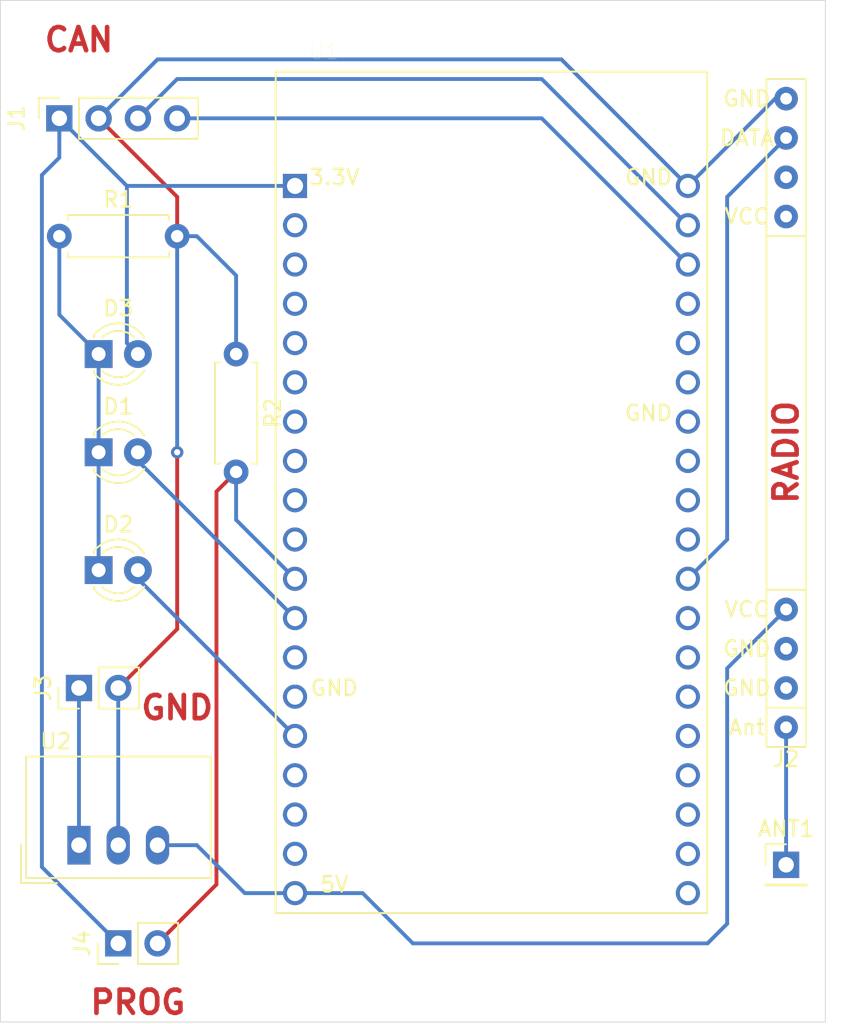
<source format=kicad_pcb>
(kicad_pcb (version 20171130) (host pcbnew 5.1.10-88a1d61d58~88~ubuntu20.10.1)

  (general
    (thickness 1.6)
    (drawings 8)
    (tracks 57)
    (zones 0)
    (modules 12)
    (nets 13)
  )

  (page User 216.002 140.005)
  (layers
    (0 F.Cu signal)
    (31 B.Cu signal)
    (33 F.Adhes user)
    (35 F.Paste user)
    (37 F.SilkS user)
    (38 B.Mask user)
    (39 F.Mask user)
    (40 Dwgs.User user)
    (41 Cmts.User user)
    (42 Eco1.User user)
    (43 Eco2.User user hide)
    (44 Edge.Cuts user)
    (45 Margin user)
    (46 B.CrtYd user)
    (47 F.CrtYd user)
    (49 F.Fab user)
  )

  (setup
    (last_trace_width 0.25)
    (trace_clearance 0.2)
    (zone_clearance 0.508)
    (zone_45_only no)
    (trace_min 0.2)
    (via_size 0.8)
    (via_drill 0.4)
    (via_min_size 0.4)
    (via_min_drill 0.3)
    (uvia_size 0.3)
    (uvia_drill 0.1)
    (uvias_allowed no)
    (uvia_min_size 0.2)
    (uvia_min_drill 0.1)
    (edge_width 0.05)
    (segment_width 0.2)
    (pcb_text_width 0.3)
    (pcb_text_size 1.5 1.5)
    (mod_edge_width 0.12)
    (mod_text_size 1 1)
    (mod_text_width 0.15)
    (pad_size 1.524 1.524)
    (pad_drill 0.762)
    (pad_to_mask_clearance 0.051)
    (solder_mask_min_width 0.25)
    (aux_axis_origin 22.86 92.71)
    (grid_origin 22.86 92.71)
    (visible_elements FFFCFFBF)
    (pcbplotparams
      (layerselection 0x010e8_ffffffff)
      (usegerberextensions false)
      (usegerberattributes true)
      (usegerberadvancedattributes true)
      (creategerberjobfile true)
      (excludeedgelayer true)
      (linewidth 0.100000)
      (plotframeref false)
      (viasonmask false)
      (mode 1)
      (useauxorigin false)
      (hpglpennumber 1)
      (hpglpenspeed 20)
      (hpglpendiameter 15.000000)
      (psnegative false)
      (psa4output false)
      (plotreference true)
      (plotvalue true)
      (plotinvisibletext false)
      (padsonsilk false)
      (subtractmaskfromsilk false)
      (outputformat 1)
      (mirror false)
      (drillshape 0)
      (scaleselection 1)
      (outputdirectory ""))
  )

  (net 0 "")
  (net 1 "Net-(D1-Pad2)")
  (net 2 "Net-(D1-Pad1)")
  (net 3 "Net-(D2-Pad2)")
  (net 4 "Net-(D3-Pad2)")
  (net 5 GND)
  (net 6 "Net-(J1-Pad4)")
  (net 7 "Net-(J1-Pad3)")
  (net 8 +12V)
  (net 9 "Net-(J2-Pad4)")
  (net 10 "Net-(ANT1-Pad1)")
  (net 11 "Net-(J4-Pad2)")
  (net 12 "Net-(J2-Pad7)")

  (net_class Default "This is the default net class."
    (clearance 0.2)
    (trace_width 0.25)
    (via_dia 0.8)
    (via_drill 0.4)
    (uvia_dia 0.3)
    (uvia_drill 0.1)
    (add_net +12V)
    (add_net GND)
    (add_net "Net-(ANT1-Pad1)")
    (add_net "Net-(D1-Pad1)")
    (add_net "Net-(D1-Pad2)")
    (add_net "Net-(D2-Pad2)")
    (add_net "Net-(D3-Pad2)")
    (add_net "Net-(J1-Pad3)")
    (add_net "Net-(J1-Pad4)")
    (add_net "Net-(J2-Pad2)")
    (add_net "Net-(J2-Pad3)")
    (add_net "Net-(J2-Pad4)")
    (add_net "Net-(J2-Pad5)")
    (add_net "Net-(J2-Pad6)")
    (add_net "Net-(J2-Pad7)")
    (add_net "Net-(J4-Pad2)")
    (add_net "Net-(U1-Pad10)")
    (add_net "Net-(U1-Pad13)")
    (add_net "Net-(U1-Pad14)")
    (add_net "Net-(U1-Pad16)")
    (add_net "Net-(U1-Pad17)")
    (add_net "Net-(U1-Pad18)")
    (add_net "Net-(U1-Pad2)")
    (add_net "Net-(U1-Pad23)")
    (add_net "Net-(U1-Pad24)")
    (add_net "Net-(U1-Pad25)")
    (add_net "Net-(U1-Pad26)")
    (add_net "Net-(U1-Pad27)")
    (add_net "Net-(U1-Pad28)")
    (add_net "Net-(U1-Pad29)")
    (add_net "Net-(U1-Pad3)")
    (add_net "Net-(U1-Pad31)")
    (add_net "Net-(U1-Pad32)")
    (add_net "Net-(U1-Pad33)")
    (add_net "Net-(U1-Pad34)")
    (add_net "Net-(U1-Pad35)")
    (add_net "Net-(U1-Pad36)")
    (add_net "Net-(U1-Pad37)")
    (add_net "Net-(U1-Pad38)")
    (add_net "Net-(U1-Pad4)")
    (add_net "Net-(U1-Pad5)")
    (add_net "Net-(U1-Pad6)")
    (add_net "Net-(U1-Pad7)")
    (add_net "Net-(U1-Pad8)")
    (add_net "Net-(U1-Pad9)")
  )

  (module Converter_DCDC:Converter_DCDC_TRACO_TSR-1_THT (layer F.Cu) (tedit 59FE1FB7) (tstamp 60A57496)
    (at 27.94 81.28)
    (descr "DCDC-Converter, TRACO, TSR 1-xxxx")
    (tags "DCDC-Converter TRACO TSR-1")
    (path /60A807C8)
    (fp_text reference U2 (at -1.5 -6.71) (layer F.SilkS)
      (effects (font (size 1 1) (thickness 0.15)))
    )
    (fp_text value TSR_1-2450 (at 2.5 3.25) (layer F.Fab)
      (effects (font (size 1 1) (thickness 0.15)))
    )
    (fp_text user %R (at 3 -3) (layer F.Fab)
      (effects (font (size 1 1) (thickness 0.15)))
    )
    (fp_line (start -3.75 2.45) (end -1.42 2.45) (layer F.SilkS) (width 0.12))
    (fp_line (start -3.75 0) (end -3.75 2.45) (layer F.SilkS) (width 0.12))
    (fp_line (start -3.3 1) (end -2.3 2) (layer F.Fab) (width 0.1))
    (fp_line (start -3.3 1) (end -3.3 -5.6) (layer F.Fab) (width 0.1))
    (fp_line (start 8.4 2) (end 8.4 -5.6) (layer F.Fab) (width 0.1))
    (fp_line (start -3.3 -5.6) (end 8.4 -5.6) (layer F.Fab) (width 0.1))
    (fp_line (start -3.55 2.25) (end -3.55 -5.85) (layer F.CrtYd) (width 0.05))
    (fp_line (start 8.65 2.25) (end -3.55 2.25) (layer F.CrtYd) (width 0.05))
    (fp_line (start 8.65 -5.85) (end 8.65 2.25) (layer F.CrtYd) (width 0.05))
    (fp_line (start -3.55 -5.85) (end 8.65 -5.85) (layer F.CrtYd) (width 0.05))
    (fp_line (start 8.52 2.12) (end -3.42 2.12) (layer F.SilkS) (width 0.12))
    (fp_line (start 8.52 -5.73) (end 8.52 2.12) (layer F.SilkS) (width 0.12))
    (fp_line (start -3.42 -5.73) (end 8.52 -5.73) (layer F.SilkS) (width 0.12))
    (fp_line (start -3.42 2.12) (end -3.42 -5.73) (layer F.SilkS) (width 0.12))
    (fp_line (start -2.3 2) (end 8.4 2) (layer F.Fab) (width 0.1))
    (pad 3 thru_hole oval (at 5.08 0) (size 1.5 2.5) (drill 1) (layers *.Cu *.Mask)
      (net 9 "Net-(J2-Pad4)"))
    (pad 2 thru_hole oval (at 2.54 0) (size 1.5 2.5) (drill 1) (layers *.Cu *.Mask)
      (net 5 GND))
    (pad 1 thru_hole rect (at 0 0) (size 1.5 2.5) (drill 1) (layers *.Cu *.Mask)
      (net 8 +12V))
    (model ${KISYS3DMOD}/Converter_DCDC.3dshapes/Converter_DCDC_TRACO_TSR-1_THT.wrl
      (at (xyz 0 0 0))
      (scale (xyz 1 1 1))
      (rotate (xyz 0 0 0))
    )
  )

  (module ESP32-DEVKITC-32D:MODULE_ESP32-DEVKITC-32D (layer F.Cu) (tedit 60A62530) (tstamp 60A55E68)
    (at 54.61 58.42)
    (path /60A4A52E)
    (fp_text reference U1 (at -10.829175 -28.446045) (layer F.SilkS)
      (effects (font (size 1.000386 1.000386) (thickness 0.015)))
    )
    (fp_text value ESP32-DEVKITC-32D (at 1.24136 28.294535) (layer F.Fab)
      (effects (font (size 1.001047 1.001047) (thickness 0.015)))
    )
    (fp_text user GND (at 10.16 -5.08) (layer F.SilkS)
      (effects (font (size 1 1) (thickness 0.15)))
    )
    (fp_text user GND (at -10.16 12.7) (layer F.SilkS)
      (effects (font (size 1 1) (thickness 0.15)))
    )
    (fp_text user GND (at 10.16 -20.32) (layer F.SilkS)
      (effects (font (size 1 1) (thickness 0.15)))
    )
    (fp_text user 5V (at -10.16 25.4) (layer F.SilkS)
      (effects (font (size 1 1) (thickness 0.15)))
    )
    (fp_text user 3.3V (at -10.16 -20.32) (layer F.SilkS)
      (effects (font (size 1 1) (thickness 0.15)))
    )
    (fp_circle (center -14.6 -19.9) (end -14.46 -19.9) (layer F.Fab) (width 0.28))
    (fp_circle (center -14.6 -19.9) (end -14.46 -19.9) (layer F.Fab) (width 0.28))
    (fp_line (start -14.2 27.5) (end -14.2 -27.4) (layer F.CrtYd) (width 0.05))
    (fp_line (start 14.2 27.5) (end -14.2 27.5) (layer F.CrtYd) (width 0.05))
    (fp_line (start 14.2 -27.4) (end 14.2 27.5) (layer F.CrtYd) (width 0.05))
    (fp_line (start -14.2 -27.4) (end 14.2 -27.4) (layer F.CrtYd) (width 0.05))
    (fp_line (start 13.95 27.25) (end -13.95 27.25) (layer F.SilkS) (width 0.127))
    (fp_line (start 13.95 -27.15) (end 13.95 27.25) (layer F.SilkS) (width 0.127))
    (fp_line (start -13.95 -27.15) (end 13.95 -27.15) (layer F.SilkS) (width 0.127))
    (fp_line (start -13.95 27.25) (end -13.95 -27.15) (layer F.SilkS) (width 0.127))
    (fp_line (start -13.95 27.25) (end -13.95 -27.15) (layer F.Fab) (width 0.127))
    (fp_line (start 13.95 27.25) (end -13.95 27.25) (layer F.Fab) (width 0.127))
    (fp_line (start 13.95 -27.15) (end 13.95 27.25) (layer F.Fab) (width 0.127))
    (fp_line (start -13.95 -27.15) (end 13.95 -27.15) (layer F.Fab) (width 0.127))
    (pad 38 thru_hole circle (at 12.7 25.96) (size 1.56 1.56) (drill 1.04) (layers *.Cu *.Mask))
    (pad 37 thru_hole circle (at 12.7 23.42) (size 1.56 1.56) (drill 1.04) (layers *.Cu *.Mask))
    (pad 36 thru_hole circle (at 12.7 20.88) (size 1.56 1.56) (drill 1.04) (layers *.Cu *.Mask))
    (pad 35 thru_hole circle (at 12.7 18.34) (size 1.56 1.56) (drill 1.04) (layers *.Cu *.Mask))
    (pad 34 thru_hole circle (at 12.7 15.8) (size 1.56 1.56) (drill 1.04) (layers *.Cu *.Mask))
    (pad 33 thru_hole circle (at 12.7 13.26) (size 1.56 1.56) (drill 1.04) (layers *.Cu *.Mask))
    (pad 32 thru_hole circle (at 12.7 10.72) (size 1.56 1.56) (drill 1.04) (layers *.Cu *.Mask))
    (pad 31 thru_hole circle (at 12.7 8.18) (size 1.56 1.56) (drill 1.04) (layers *.Cu *.Mask))
    (pad 30 thru_hole circle (at 12.7 5.64) (size 1.56 1.56) (drill 1.04) (layers *.Cu *.Mask)
      (net 12 "Net-(J2-Pad7)"))
    (pad 29 thru_hole circle (at 12.7 3.1) (size 1.56 1.56) (drill 1.04) (layers *.Cu *.Mask))
    (pad 28 thru_hole circle (at 12.7 0.56) (size 1.56 1.56) (drill 1.04) (layers *.Cu *.Mask))
    (pad 27 thru_hole circle (at 12.7 -1.98) (size 1.56 1.56) (drill 1.04) (layers *.Cu *.Mask))
    (pad 26 thru_hole circle (at 12.7 -4.52) (size 1.56 1.56) (drill 1.04) (layers *.Cu *.Mask))
    (pad 25 thru_hole circle (at 12.7 -7.06) (size 1.56 1.56) (drill 1.04) (layers *.Cu *.Mask))
    (pad 24 thru_hole circle (at 12.7 -9.6) (size 1.56 1.56) (drill 1.04) (layers *.Cu *.Mask))
    (pad 23 thru_hole circle (at 12.7 -12.14) (size 1.56 1.56) (drill 1.04) (layers *.Cu *.Mask))
    (pad 22 thru_hole circle (at 12.7 -14.68) (size 1.56 1.56) (drill 1.04) (layers *.Cu *.Mask)
      (net 6 "Net-(J1-Pad4)"))
    (pad 21 thru_hole circle (at 12.7 -17.22) (size 1.56 1.56) (drill 1.04) (layers *.Cu *.Mask)
      (net 7 "Net-(J1-Pad3)"))
    (pad 20 thru_hole circle (at 12.7 -19.76) (size 1.56 1.56) (drill 1.04) (layers *.Cu *.Mask)
      (net 5 GND))
    (pad 18 thru_hole circle (at -12.7 23.42) (size 1.56 1.56) (drill 1.04) (layers *.Cu *.Mask))
    (pad 17 thru_hole circle (at -12.7 20.88) (size 1.56 1.56) (drill 1.04) (layers *.Cu *.Mask))
    (pad 16 thru_hole circle (at -12.7 18.34) (size 1.56 1.56) (drill 1.04) (layers *.Cu *.Mask))
    (pad 15 thru_hole circle (at -12.7 15.8) (size 1.56 1.56) (drill 1.04) (layers *.Cu *.Mask)
      (net 3 "Net-(D2-Pad2)"))
    (pad 14 thru_hole circle (at -12.7 13.26) (size 1.56 1.56) (drill 1.04) (layers *.Cu *.Mask))
    (pad 13 thru_hole circle (at -12.7 10.72) (size 1.56 1.56) (drill 1.04) (layers *.Cu *.Mask))
    (pad 12 thru_hole circle (at -12.7 8.18) (size 1.56 1.56) (drill 1.04) (layers *.Cu *.Mask)
      (net 1 "Net-(D1-Pad2)"))
    (pad 11 thru_hole circle (at -12.7 5.64) (size 1.56 1.56) (drill 1.04) (layers *.Cu *.Mask)
      (net 11 "Net-(J4-Pad2)"))
    (pad 10 thru_hole circle (at -12.7 3.1) (size 1.56 1.56) (drill 1.04) (layers *.Cu *.Mask))
    (pad 9 thru_hole circle (at -12.7 0.56) (size 1.56 1.56) (drill 1.04) (layers *.Cu *.Mask))
    (pad 8 thru_hole circle (at -12.7 -1.98) (size 1.56 1.56) (drill 1.04) (layers *.Cu *.Mask))
    (pad 7 thru_hole circle (at -12.7 -4.52) (size 1.56 1.56) (drill 1.04) (layers *.Cu *.Mask))
    (pad 6 thru_hole circle (at -12.7 -7.06) (size 1.56 1.56) (drill 1.04) (layers *.Cu *.Mask))
    (pad 5 thru_hole circle (at -12.7 -9.6) (size 1.56 1.56) (drill 1.04) (layers *.Cu *.Mask))
    (pad 4 thru_hole circle (at -12.7 -12.14) (size 1.56 1.56) (drill 1.04) (layers *.Cu *.Mask))
    (pad 3 thru_hole circle (at -12.7 -14.68) (size 1.56 1.56) (drill 1.04) (layers *.Cu *.Mask))
    (pad 19 thru_hole circle (at -12.7 25.96) (size 1.56 1.56) (drill 1.04) (layers *.Cu *.Mask)
      (net 9 "Net-(J2-Pad4)"))
    (pad 2 thru_hole circle (at -12.7 -17.22) (size 1.56 1.56) (drill 1.04) (layers *.Cu *.Mask))
    (pad 1 thru_hole rect (at -12.7 -19.76) (size 1.56 1.56) (drill 1.04) (layers *.Cu *.Mask)
      (net 4 "Net-(D3-Pad2)"))
  )

  (module Resistor_THT:R_Axial_DIN0207_L6.3mm_D2.5mm_P7.62mm_Horizontal (layer F.Cu) (tedit 5AE5139B) (tstamp 60A5B15D)
    (at 38.1 49.53 270)
    (descr "Resistor, Axial_DIN0207 series, Axial, Horizontal, pin pitch=7.62mm, 0.25W = 1/4W, length*diameter=6.3*2.5mm^2, http://cdn-reichelt.de/documents/datenblatt/B400/1_4W%23YAG.pdf")
    (tags "Resistor Axial_DIN0207 series Axial Horizontal pin pitch 7.62mm 0.25W = 1/4W length 6.3mm diameter 2.5mm")
    (path /60AE6A47)
    (fp_text reference R2 (at 3.81 -2.37 90) (layer F.SilkS)
      (effects (font (size 1 1) (thickness 0.15)))
    )
    (fp_text value R (at 3.81 2.37 90) (layer F.Fab)
      (effects (font (size 1 1) (thickness 0.15)))
    )
    (fp_text user %R (at 3.81 0 180) (layer F.Fab)
      (effects (font (size 1 1) (thickness 0.15)))
    )
    (fp_line (start 0.66 -1.25) (end 0.66 1.25) (layer F.Fab) (width 0.1))
    (fp_line (start 0.66 1.25) (end 6.96 1.25) (layer F.Fab) (width 0.1))
    (fp_line (start 6.96 1.25) (end 6.96 -1.25) (layer F.Fab) (width 0.1))
    (fp_line (start 6.96 -1.25) (end 0.66 -1.25) (layer F.Fab) (width 0.1))
    (fp_line (start 0 0) (end 0.66 0) (layer F.Fab) (width 0.1))
    (fp_line (start 7.62 0) (end 6.96 0) (layer F.Fab) (width 0.1))
    (fp_line (start 0.54 -1.04) (end 0.54 -1.37) (layer F.SilkS) (width 0.12))
    (fp_line (start 0.54 -1.37) (end 7.08 -1.37) (layer F.SilkS) (width 0.12))
    (fp_line (start 7.08 -1.37) (end 7.08 -1.04) (layer F.SilkS) (width 0.12))
    (fp_line (start 0.54 1.04) (end 0.54 1.37) (layer F.SilkS) (width 0.12))
    (fp_line (start 0.54 1.37) (end 7.08 1.37) (layer F.SilkS) (width 0.12))
    (fp_line (start 7.08 1.37) (end 7.08 1.04) (layer F.SilkS) (width 0.12))
    (fp_line (start -1.05 -1.5) (end -1.05 1.5) (layer F.CrtYd) (width 0.05))
    (fp_line (start -1.05 1.5) (end 8.67 1.5) (layer F.CrtYd) (width 0.05))
    (fp_line (start 8.67 1.5) (end 8.67 -1.5) (layer F.CrtYd) (width 0.05))
    (fp_line (start 8.67 -1.5) (end -1.05 -1.5) (layer F.CrtYd) (width 0.05))
    (pad 2 thru_hole oval (at 7.62 0 270) (size 1.6 1.6) (drill 0.8) (layers *.Cu *.Mask)
      (net 11 "Net-(J4-Pad2)"))
    (pad 1 thru_hole circle (at 0 0 270) (size 1.6 1.6) (drill 0.8) (layers *.Cu *.Mask)
      (net 5 GND))
    (model ${KISYS3DMOD}/Resistor_THT.3dshapes/R_Axial_DIN0207_L6.3mm_D2.5mm_P7.62mm_Horizontal.wrl
      (at (xyz 0 0 0))
      (scale (xyz 1 1 1))
      (rotate (xyz 0 0 0))
    )
  )

  (module Connector_PinHeader_2.54mm:PinHeader_1x02_P2.54mm_Vertical (layer F.Cu) (tedit 59FED5CC) (tstamp 60A5B11A)
    (at 30.48 87.63 90)
    (descr "Through hole straight pin header, 1x02, 2.54mm pitch, single row")
    (tags "Through hole pin header THT 1x02 2.54mm single row")
    (path /60AE01AC)
    (fp_text reference J4 (at 0 -2.33 90) (layer F.SilkS)
      (effects (font (size 1 1) (thickness 0.15)))
    )
    (fp_text value Conn_01x02 (at 0 4.87 90) (layer F.Fab)
      (effects (font (size 1 1) (thickness 0.15)))
    )
    (fp_text user %R (at 0 1.27) (layer F.Fab)
      (effects (font (size 1 1) (thickness 0.15)))
    )
    (fp_line (start -0.635 -1.27) (end 1.27 -1.27) (layer F.Fab) (width 0.1))
    (fp_line (start 1.27 -1.27) (end 1.27 3.81) (layer F.Fab) (width 0.1))
    (fp_line (start 1.27 3.81) (end -1.27 3.81) (layer F.Fab) (width 0.1))
    (fp_line (start -1.27 3.81) (end -1.27 -0.635) (layer F.Fab) (width 0.1))
    (fp_line (start -1.27 -0.635) (end -0.635 -1.27) (layer F.Fab) (width 0.1))
    (fp_line (start -1.33 3.87) (end 1.33 3.87) (layer F.SilkS) (width 0.12))
    (fp_line (start -1.33 1.27) (end -1.33 3.87) (layer F.SilkS) (width 0.12))
    (fp_line (start 1.33 1.27) (end 1.33 3.87) (layer F.SilkS) (width 0.12))
    (fp_line (start -1.33 1.27) (end 1.33 1.27) (layer F.SilkS) (width 0.12))
    (fp_line (start -1.33 0) (end -1.33 -1.33) (layer F.SilkS) (width 0.12))
    (fp_line (start -1.33 -1.33) (end 0 -1.33) (layer F.SilkS) (width 0.12))
    (fp_line (start -1.8 -1.8) (end -1.8 4.35) (layer F.CrtYd) (width 0.05))
    (fp_line (start -1.8 4.35) (end 1.8 4.35) (layer F.CrtYd) (width 0.05))
    (fp_line (start 1.8 4.35) (end 1.8 -1.8) (layer F.CrtYd) (width 0.05))
    (fp_line (start 1.8 -1.8) (end -1.8 -1.8) (layer F.CrtYd) (width 0.05))
    (pad 2 thru_hole oval (at 0 2.54 90) (size 1.7 1.7) (drill 1) (layers *.Cu *.Mask)
      (net 11 "Net-(J4-Pad2)"))
    (pad 1 thru_hole rect (at 0 0 90) (size 1.7 1.7) (drill 1) (layers *.Cu *.Mask)
      (net 4 "Net-(D3-Pad2)"))
    (model ${KISYS3DMOD}/Connector_PinHeader_2.54mm.3dshapes/PinHeader_1x02_P2.54mm_Vertical.wrl
      (at (xyz 0 0 0))
      (scale (xyz 1 1 1))
      (rotate (xyz 0 0 0))
    )
  )

  (module Connector_PinHeader_2.54mm:PinHeader_1x02_P2.54mm_Vertical (layer F.Cu) (tedit 59FED5CC) (tstamp 60A5AC53)
    (at 27.94 71.12 90)
    (descr "Through hole straight pin header, 1x02, 2.54mm pitch, single row")
    (tags "Through hole pin header THT 1x02 2.54mm single row")
    (path /60AD2DEF)
    (fp_text reference J3 (at 0 -2.33 90) (layer F.SilkS)
      (effects (font (size 1 1) (thickness 0.15)))
    )
    (fp_text value Conn_01x02 (at 0 4.87 90) (layer F.Fab)
      (effects (font (size 1 1) (thickness 0.15)))
    )
    (fp_text user %R (at 0 1.27) (layer F.Fab)
      (effects (font (size 1 1) (thickness 0.15)))
    )
    (fp_line (start -0.635 -1.27) (end 1.27 -1.27) (layer F.Fab) (width 0.1))
    (fp_line (start 1.27 -1.27) (end 1.27 3.81) (layer F.Fab) (width 0.1))
    (fp_line (start 1.27 3.81) (end -1.27 3.81) (layer F.Fab) (width 0.1))
    (fp_line (start -1.27 3.81) (end -1.27 -0.635) (layer F.Fab) (width 0.1))
    (fp_line (start -1.27 -0.635) (end -0.635 -1.27) (layer F.Fab) (width 0.1))
    (fp_line (start -1.33 3.87) (end 1.33 3.87) (layer F.SilkS) (width 0.12))
    (fp_line (start -1.33 1.27) (end -1.33 3.87) (layer F.SilkS) (width 0.12))
    (fp_line (start 1.33 1.27) (end 1.33 3.87) (layer F.SilkS) (width 0.12))
    (fp_line (start -1.33 1.27) (end 1.33 1.27) (layer F.SilkS) (width 0.12))
    (fp_line (start -1.33 0) (end -1.33 -1.33) (layer F.SilkS) (width 0.12))
    (fp_line (start -1.33 -1.33) (end 0 -1.33) (layer F.SilkS) (width 0.12))
    (fp_line (start -1.8 -1.8) (end -1.8 4.35) (layer F.CrtYd) (width 0.05))
    (fp_line (start -1.8 4.35) (end 1.8 4.35) (layer F.CrtYd) (width 0.05))
    (fp_line (start 1.8 4.35) (end 1.8 -1.8) (layer F.CrtYd) (width 0.05))
    (fp_line (start 1.8 -1.8) (end -1.8 -1.8) (layer F.CrtYd) (width 0.05))
    (pad 2 thru_hole oval (at 0 2.54 90) (size 1.7 1.7) (drill 1) (layers *.Cu *.Mask)
      (net 5 GND))
    (pad 1 thru_hole rect (at 0 0 90) (size 1.7 1.7) (drill 1) (layers *.Cu *.Mask)
      (net 8 +12V))
    (model ${KISYS3DMOD}/Connector_PinHeader_2.54mm.3dshapes/PinHeader_1x02_P2.54mm_Vertical.wrl
      (at (xyz 0 0 0))
      (scale (xyz 1 1 1))
      (rotate (xyz 0 0 0))
    )
  )

  (module ESP32-DEVKITC-32D:RXB6 (layer F.Cu) (tedit 60A6243F) (tstamp 60A57F18)
    (at 73.66 76.2 180)
    (path /60A8FC2B)
    (fp_text reference J2 (at 0 0.5) (layer F.SilkS)
      (effects (font (size 1 1) (thickness 0.15)))
    )
    (fp_text value RXB6 (at 0 -0.5) (layer F.Fab)
      (effects (font (size 1 1) (thickness 0.15)))
    )
    (fp_text user DATA (at 2.54 40.64) (layer F.SilkS)
      (effects (font (size 1 1) (thickness 0.15)))
    )
    (fp_text user GND (at 2.54 43.18) (layer F.SilkS)
      (effects (font (size 1 1) (thickness 0.15)))
    )
    (fp_text user GND (at 2.54 7.62) (layer F.SilkS)
      (effects (font (size 1 1) (thickness 0.15)))
    )
    (fp_text user GND (at 2.54 5.08) (layer F.SilkS)
      (effects (font (size 1 1) (thickness 0.15)))
    )
    (fp_text user VCC (at 2.54 35.56) (layer F.SilkS)
      (effects (font (size 1 1) (thickness 0.15)))
    )
    (fp_text user VCC (at 2.54 10.16) (layer F.SilkS)
      (effects (font (size 1 1) (thickness 0.15)))
    )
    (fp_text user Ant (at 2.54 2.54) (layer F.SilkS)
      (effects (font (size 1 1) (thickness 0.15)))
    )
    (fp_line (start -1.27 1.27) (end -1.27 11.43) (layer F.SilkS) (width 0.12))
    (fp_line (start -1.27 11.43) (end 1.27 11.43) (layer F.SilkS) (width 0.12))
    (fp_line (start 1.27 11.43) (end 1.27 1.27) (layer F.SilkS) (width 0.12))
    (fp_line (start 1.27 1.27) (end -1.27 1.27) (layer F.SilkS) (width 0.12))
    (fp_line (start -1.27 34.29) (end 1.27 34.29) (layer F.SilkS) (width 0.12))
    (fp_line (start 1.27 34.29) (end 1.27 44.45) (layer F.SilkS) (width 0.12))
    (fp_line (start 1.27 44.45) (end -1.27 44.45) (layer F.SilkS) (width 0.12))
    (fp_line (start -1.27 44.45) (end -1.27 34.29) (layer F.SilkS) (width 0.12))
    (fp_line (start -1.27 3.81) (end 1.27 3.81) (layer F.SilkS) (width 0.12))
    (fp_line (start -1.27 11.43) (end -1.27 34.29) (layer F.SilkS) (width 0.12))
    (fp_line (start 1.27 11.43) (end 1.27 34.29) (layer F.SilkS) (width 0.12))
    (pad 8 thru_hole circle (at 0 43.18 180) (size 1.524 1.524) (drill 0.762) (layers *.Cu *.Mask)
      (net 5 GND))
    (pad 7 thru_hole circle (at 0 40.64 180) (size 1.524 1.524) (drill 0.762) (layers *.Cu *.Mask)
      (net 12 "Net-(J2-Pad7)"))
    (pad 6 thru_hole circle (at 0 38.1 180) (size 1.524 1.524) (drill 0.762) (layers *.Cu *.Mask))
    (pad 5 thru_hole circle (at 0 35.56 180) (size 1.524 1.524) (drill 0.762) (layers *.Cu *.Mask))
    (pad 4 thru_hole circle (at 0 10.16 180) (size 1.524 1.524) (drill 0.762) (layers *.Cu *.Mask)
      (net 9 "Net-(J2-Pad4)"))
    (pad 3 thru_hole circle (at 0 7.62 180) (size 1.524 1.524) (drill 0.762) (layers *.Cu *.Mask))
    (pad 2 thru_hole circle (at 0 5.08 180) (size 1.524 1.524) (drill 0.762) (layers *.Cu *.Mask))
    (pad 1 thru_hole circle (at 0 2.54 180) (size 1.524 1.524) (drill 0.762) (layers *.Cu *.Mask)
      (net 10 "Net-(ANT1-Pad1)"))
  )

  (module Connector_PinHeader_2.54mm:PinHeader_1x01_P2.54mm_Vertical (layer F.Cu) (tedit 59FED5CC) (tstamp 60A58291)
    (at 73.66 82.55)
    (descr "Through hole straight pin header, 1x01, 2.54mm pitch, single row")
    (tags "Through hole pin header THT 1x01 2.54mm single row")
    (path /60AAB67E)
    (fp_text reference ANT1 (at 0 -2.33) (layer F.SilkS)
      (effects (font (size 1 1) (thickness 0.15)))
    )
    (fp_text value Conn_01x01 (at 0 2.33) (layer F.Fab)
      (effects (font (size 1 1) (thickness 0.15)))
    )
    (fp_text user %R (at 0 0 90) (layer F.Fab)
      (effects (font (size 1 1) (thickness 0.15)))
    )
    (fp_line (start -0.635 -1.27) (end 1.27 -1.27) (layer F.Fab) (width 0.1))
    (fp_line (start 1.27 -1.27) (end 1.27 1.27) (layer F.Fab) (width 0.1))
    (fp_line (start 1.27 1.27) (end -1.27 1.27) (layer F.Fab) (width 0.1))
    (fp_line (start -1.27 1.27) (end -1.27 -0.635) (layer F.Fab) (width 0.1))
    (fp_line (start -1.27 -0.635) (end -0.635 -1.27) (layer F.Fab) (width 0.1))
    (fp_line (start -1.33 1.33) (end 1.33 1.33) (layer F.SilkS) (width 0.12))
    (fp_line (start -1.33 1.27) (end -1.33 1.33) (layer F.SilkS) (width 0.12))
    (fp_line (start 1.33 1.27) (end 1.33 1.33) (layer F.SilkS) (width 0.12))
    (fp_line (start -1.33 1.27) (end 1.33 1.27) (layer F.SilkS) (width 0.12))
    (fp_line (start -1.33 0) (end -1.33 -1.33) (layer F.SilkS) (width 0.12))
    (fp_line (start -1.33 -1.33) (end 0 -1.33) (layer F.SilkS) (width 0.12))
    (fp_line (start -1.8 -1.8) (end -1.8 1.8) (layer F.CrtYd) (width 0.05))
    (fp_line (start -1.8 1.8) (end 1.8 1.8) (layer F.CrtYd) (width 0.05))
    (fp_line (start 1.8 1.8) (end 1.8 -1.8) (layer F.CrtYd) (width 0.05))
    (fp_line (start 1.8 -1.8) (end -1.8 -1.8) (layer F.CrtYd) (width 0.05))
    (pad 1 thru_hole rect (at 0 0) (size 1.7 1.7) (drill 1) (layers *.Cu *.Mask)
      (net 10 "Net-(ANT1-Pad1)"))
    (model ${KISYS3DMOD}/Connector_PinHeader_2.54mm.3dshapes/PinHeader_1x01_P2.54mm_Vertical.wrl
      (at (xyz 0 0 0))
      (scale (xyz 1 1 1))
      (rotate (xyz 0 0 0))
    )
  )

  (module Resistor_THT:R_Axial_DIN0207_L6.3mm_D2.5mm_P7.62mm_Horizontal (layer F.Cu) (tedit 5AE5139B) (tstamp 60A55E30)
    (at 26.67 41.91)
    (descr "Resistor, Axial_DIN0207 series, Axial, Horizontal, pin pitch=7.62mm, 0.25W = 1/4W, length*diameter=6.3*2.5mm^2, http://cdn-reichelt.de/documents/datenblatt/B400/1_4W%23YAG.pdf")
    (tags "Resistor Axial_DIN0207 series Axial Horizontal pin pitch 7.62mm 0.25W = 1/4W length 6.3mm diameter 2.5mm")
    (path /60A51BF5)
    (fp_text reference R1 (at 3.81 -2.37) (layer F.SilkS)
      (effects (font (size 1 1) (thickness 0.15)))
    )
    (fp_text value R (at 3.81 2.37) (layer F.Fab)
      (effects (font (size 1 1) (thickness 0.15)))
    )
    (fp_text user %R (at 3.81 0) (layer F.Fab)
      (effects (font (size 1 1) (thickness 0.15)))
    )
    (fp_line (start 0.66 -1.25) (end 0.66 1.25) (layer F.Fab) (width 0.1))
    (fp_line (start 0.66 1.25) (end 6.96 1.25) (layer F.Fab) (width 0.1))
    (fp_line (start 6.96 1.25) (end 6.96 -1.25) (layer F.Fab) (width 0.1))
    (fp_line (start 6.96 -1.25) (end 0.66 -1.25) (layer F.Fab) (width 0.1))
    (fp_line (start 0 0) (end 0.66 0) (layer F.Fab) (width 0.1))
    (fp_line (start 7.62 0) (end 6.96 0) (layer F.Fab) (width 0.1))
    (fp_line (start 0.54 -1.04) (end 0.54 -1.37) (layer F.SilkS) (width 0.12))
    (fp_line (start 0.54 -1.37) (end 7.08 -1.37) (layer F.SilkS) (width 0.12))
    (fp_line (start 7.08 -1.37) (end 7.08 -1.04) (layer F.SilkS) (width 0.12))
    (fp_line (start 0.54 1.04) (end 0.54 1.37) (layer F.SilkS) (width 0.12))
    (fp_line (start 0.54 1.37) (end 7.08 1.37) (layer F.SilkS) (width 0.12))
    (fp_line (start 7.08 1.37) (end 7.08 1.04) (layer F.SilkS) (width 0.12))
    (fp_line (start -1.05 -1.5) (end -1.05 1.5) (layer F.CrtYd) (width 0.05))
    (fp_line (start -1.05 1.5) (end 8.67 1.5) (layer F.CrtYd) (width 0.05))
    (fp_line (start 8.67 1.5) (end 8.67 -1.5) (layer F.CrtYd) (width 0.05))
    (fp_line (start 8.67 -1.5) (end -1.05 -1.5) (layer F.CrtYd) (width 0.05))
    (pad 2 thru_hole oval (at 7.62 0) (size 1.6 1.6) (drill 0.8) (layers *.Cu *.Mask)
      (net 5 GND))
    (pad 1 thru_hole circle (at 0 0) (size 1.6 1.6) (drill 0.8) (layers *.Cu *.Mask)
      (net 2 "Net-(D1-Pad1)"))
    (model ${KISYS3DMOD}/Resistor_THT.3dshapes/R_Axial_DIN0207_L6.3mm_D2.5mm_P7.62mm_Horizontal.wrl
      (at (xyz 0 0 0))
      (scale (xyz 1 1 1))
      (rotate (xyz 0 0 0))
    )
  )

  (module Connector_PinSocket_2.54mm:PinSocket_1x04_P2.54mm_Vertical (layer F.Cu) (tedit 5A19A429) (tstamp 60A569FD)
    (at 26.67 34.29 90)
    (descr "Through hole straight socket strip, 1x04, 2.54mm pitch, single row (from Kicad 4.0.7), script generated")
    (tags "Through hole socket strip THT 1x04 2.54mm single row")
    (path /60A76220)
    (fp_text reference J1 (at 0 -2.77 90) (layer F.SilkS)
      (effects (font (size 1 1) (thickness 0.15)))
    )
    (fp_text value SN65HVD230_01x04 (at 0 10.39 90) (layer F.Fab)
      (effects (font (size 1 1) (thickness 0.15)))
    )
    (fp_text user %R (at 0 3.81) (layer F.Fab)
      (effects (font (size 1 1) (thickness 0.15)))
    )
    (fp_line (start -1.27 -1.27) (end 0.635 -1.27) (layer F.Fab) (width 0.1))
    (fp_line (start 0.635 -1.27) (end 1.27 -0.635) (layer F.Fab) (width 0.1))
    (fp_line (start 1.27 -0.635) (end 1.27 8.89) (layer F.Fab) (width 0.1))
    (fp_line (start 1.27 8.89) (end -1.27 8.89) (layer F.Fab) (width 0.1))
    (fp_line (start -1.27 8.89) (end -1.27 -1.27) (layer F.Fab) (width 0.1))
    (fp_line (start -1.33 1.27) (end 1.33 1.27) (layer F.SilkS) (width 0.12))
    (fp_line (start -1.33 1.27) (end -1.33 8.95) (layer F.SilkS) (width 0.12))
    (fp_line (start -1.33 8.95) (end 1.33 8.95) (layer F.SilkS) (width 0.12))
    (fp_line (start 1.33 1.27) (end 1.33 8.95) (layer F.SilkS) (width 0.12))
    (fp_line (start 1.33 -1.33) (end 1.33 0) (layer F.SilkS) (width 0.12))
    (fp_line (start 0 -1.33) (end 1.33 -1.33) (layer F.SilkS) (width 0.12))
    (fp_line (start -1.8 -1.8) (end 1.75 -1.8) (layer F.CrtYd) (width 0.05))
    (fp_line (start 1.75 -1.8) (end 1.75 9.4) (layer F.CrtYd) (width 0.05))
    (fp_line (start 1.75 9.4) (end -1.8 9.4) (layer F.CrtYd) (width 0.05))
    (fp_line (start -1.8 9.4) (end -1.8 -1.8) (layer F.CrtYd) (width 0.05))
    (pad 4 thru_hole oval (at 0 7.62 90) (size 1.7 1.7) (drill 1) (layers *.Cu *.Mask)
      (net 6 "Net-(J1-Pad4)"))
    (pad 3 thru_hole oval (at 0 5.08 90) (size 1.7 1.7) (drill 1) (layers *.Cu *.Mask)
      (net 7 "Net-(J1-Pad3)"))
    (pad 2 thru_hole oval (at 0 2.54 90) (size 1.7 1.7) (drill 1) (layers *.Cu *.Mask)
      (net 5 GND))
    (pad 1 thru_hole rect (at 0 0 90) (size 1.7 1.7) (drill 1) (layers *.Cu *.Mask)
      (net 4 "Net-(D3-Pad2)"))
    (model ${KISYS3DMOD}/Connector_PinSocket_2.54mm.3dshapes/PinSocket_1x04_P2.54mm_Vertical.wrl
      (at (xyz 0 0 0))
      (scale (xyz 1 1 1))
      (rotate (xyz 0 0 0))
    )
  )

  (module LED_THT:LED_D3.0mm (layer F.Cu) (tedit 587A3A7B) (tstamp 60A55E19)
    (at 29.21 49.53)
    (descr "LED, diameter 3.0mm, 2 pins")
    (tags "LED diameter 3.0mm 2 pins")
    (path /60A5F96D)
    (fp_text reference D3 (at 1.27 -2.96) (layer F.SilkS)
      (effects (font (size 1 1) (thickness 0.15)))
    )
    (fp_text value LED (at 1.27 2.96) (layer F.Fab)
      (effects (font (size 1 1) (thickness 0.15)))
    )
    (fp_arc (start 1.27 0) (end 0.229039 1.08) (angle -87.9) (layer F.SilkS) (width 0.12))
    (fp_arc (start 1.27 0) (end 0.229039 -1.08) (angle 87.9) (layer F.SilkS) (width 0.12))
    (fp_arc (start 1.27 0) (end -0.29 1.235516) (angle -108.8) (layer F.SilkS) (width 0.12))
    (fp_arc (start 1.27 0) (end -0.29 -1.235516) (angle 108.8) (layer F.SilkS) (width 0.12))
    (fp_arc (start 1.27 0) (end -0.23 -1.16619) (angle 284.3) (layer F.Fab) (width 0.1))
    (fp_circle (center 1.27 0) (end 2.77 0) (layer F.Fab) (width 0.1))
    (fp_line (start -0.23 -1.16619) (end -0.23 1.16619) (layer F.Fab) (width 0.1))
    (fp_line (start -0.29 -1.236) (end -0.29 -1.08) (layer F.SilkS) (width 0.12))
    (fp_line (start -0.29 1.08) (end -0.29 1.236) (layer F.SilkS) (width 0.12))
    (fp_line (start -1.15 -2.25) (end -1.15 2.25) (layer F.CrtYd) (width 0.05))
    (fp_line (start -1.15 2.25) (end 3.7 2.25) (layer F.CrtYd) (width 0.05))
    (fp_line (start 3.7 2.25) (end 3.7 -2.25) (layer F.CrtYd) (width 0.05))
    (fp_line (start 3.7 -2.25) (end -1.15 -2.25) (layer F.CrtYd) (width 0.05))
    (pad 2 thru_hole circle (at 2.54 0) (size 1.8 1.8) (drill 0.9) (layers *.Cu *.Mask)
      (net 4 "Net-(D3-Pad2)"))
    (pad 1 thru_hole rect (at 0 0) (size 1.8 1.8) (drill 0.9) (layers *.Cu *.Mask)
      (net 2 "Net-(D1-Pad1)"))
    (model ${KISYS3DMOD}/LED_THT.3dshapes/LED_D3.0mm.wrl
      (at (xyz 0 0 0))
      (scale (xyz 1 1 1))
      (rotate (xyz 0 0 0))
    )
  )

  (module LED_THT:LED_D3.0mm (layer F.Cu) (tedit 587A3A7B) (tstamp 60A55E06)
    (at 29.21 63.5)
    (descr "LED, diameter 3.0mm, 2 pins")
    (tags "LED diameter 3.0mm 2 pins")
    (path /60A5303F)
    (fp_text reference D2 (at 1.27 -2.96) (layer F.SilkS)
      (effects (font (size 1 1) (thickness 0.15)))
    )
    (fp_text value LED (at 1.27 2.96) (layer F.Fab)
      (effects (font (size 1 1) (thickness 0.15)))
    )
    (fp_arc (start 1.27 0) (end 0.229039 1.08) (angle -87.9) (layer F.SilkS) (width 0.12))
    (fp_arc (start 1.27 0) (end 0.229039 -1.08) (angle 87.9) (layer F.SilkS) (width 0.12))
    (fp_arc (start 1.27 0) (end -0.29 1.235516) (angle -108.8) (layer F.SilkS) (width 0.12))
    (fp_arc (start 1.27 0) (end -0.29 -1.235516) (angle 108.8) (layer F.SilkS) (width 0.12))
    (fp_arc (start 1.27 0) (end -0.23 -1.16619) (angle 284.3) (layer F.Fab) (width 0.1))
    (fp_circle (center 1.27 0) (end 2.77 0) (layer F.Fab) (width 0.1))
    (fp_line (start -0.23 -1.16619) (end -0.23 1.16619) (layer F.Fab) (width 0.1))
    (fp_line (start -0.29 -1.236) (end -0.29 -1.08) (layer F.SilkS) (width 0.12))
    (fp_line (start -0.29 1.08) (end -0.29 1.236) (layer F.SilkS) (width 0.12))
    (fp_line (start -1.15 -2.25) (end -1.15 2.25) (layer F.CrtYd) (width 0.05))
    (fp_line (start -1.15 2.25) (end 3.7 2.25) (layer F.CrtYd) (width 0.05))
    (fp_line (start 3.7 2.25) (end 3.7 -2.25) (layer F.CrtYd) (width 0.05))
    (fp_line (start 3.7 -2.25) (end -1.15 -2.25) (layer F.CrtYd) (width 0.05))
    (pad 2 thru_hole circle (at 2.54 0) (size 1.8 1.8) (drill 0.9) (layers *.Cu *.Mask)
      (net 3 "Net-(D2-Pad2)"))
    (pad 1 thru_hole rect (at 0 0) (size 1.8 1.8) (drill 0.9) (layers *.Cu *.Mask)
      (net 2 "Net-(D1-Pad1)"))
    (model ${KISYS3DMOD}/LED_THT.3dshapes/LED_D3.0mm.wrl
      (at (xyz 0 0 0))
      (scale (xyz 1 1 1))
      (rotate (xyz 0 0 0))
    )
  )

  (module LED_THT:LED_D3.0mm (layer F.Cu) (tedit 587A3A7B) (tstamp 60A55DF3)
    (at 29.21 55.88)
    (descr "LED, diameter 3.0mm, 2 pins")
    (tags "LED diameter 3.0mm 2 pins")
    (path /60A529BD)
    (fp_text reference D1 (at 1.27 -2.96) (layer F.SilkS)
      (effects (font (size 1 1) (thickness 0.15)))
    )
    (fp_text value LED (at 1.27 2.96) (layer F.Fab)
      (effects (font (size 1 1) (thickness 0.15)))
    )
    (fp_arc (start 1.27 0) (end 0.229039 1.08) (angle -87.9) (layer F.SilkS) (width 0.12))
    (fp_arc (start 1.27 0) (end 0.229039 -1.08) (angle 87.9) (layer F.SilkS) (width 0.12))
    (fp_arc (start 1.27 0) (end -0.29 1.235516) (angle -108.8) (layer F.SilkS) (width 0.12))
    (fp_arc (start 1.27 0) (end -0.29 -1.235516) (angle 108.8) (layer F.SilkS) (width 0.12))
    (fp_arc (start 1.27 0) (end -0.23 -1.16619) (angle 284.3) (layer F.Fab) (width 0.1))
    (fp_circle (center 1.27 0) (end 2.77 0) (layer F.Fab) (width 0.1))
    (fp_line (start -0.23 -1.16619) (end -0.23 1.16619) (layer F.Fab) (width 0.1))
    (fp_line (start -0.29 -1.236) (end -0.29 -1.08) (layer F.SilkS) (width 0.12))
    (fp_line (start -0.29 1.08) (end -0.29 1.236) (layer F.SilkS) (width 0.12))
    (fp_line (start -1.15 -2.25) (end -1.15 2.25) (layer F.CrtYd) (width 0.05))
    (fp_line (start -1.15 2.25) (end 3.7 2.25) (layer F.CrtYd) (width 0.05))
    (fp_line (start 3.7 2.25) (end 3.7 -2.25) (layer F.CrtYd) (width 0.05))
    (fp_line (start 3.7 -2.25) (end -1.15 -2.25) (layer F.CrtYd) (width 0.05))
    (pad 2 thru_hole circle (at 2.54 0) (size 1.8 1.8) (drill 0.9) (layers *.Cu *.Mask)
      (net 1 "Net-(D1-Pad2)"))
    (pad 1 thru_hole rect (at 0 0) (size 1.8 1.8) (drill 0.9) (layers *.Cu *.Mask)
      (net 2 "Net-(D1-Pad1)"))
    (model ${KISYS3DMOD}/LED_THT.3dshapes/LED_D3.0mm.wrl
      (at (xyz 0 0 0))
      (scale (xyz 1 1 1))
      (rotate (xyz 0 0 0))
    )
  )

  (gr_line (start 22.86 26.67) (end 22.86 92.71) (layer Edge.Cuts) (width 0.05) (tstamp 60AAA243))
  (gr_line (start 76.2 26.67) (end 22.86 26.67) (layer Edge.Cuts) (width 0.05))
  (gr_line (start 76.2 92.71) (end 76.2 26.67) (layer Edge.Cuts) (width 0.05))
  (gr_line (start 22.86 92.71) (end 76.2 92.71) (layer Edge.Cuts) (width 0.05))
  (gr_text PROG (at 31.75 91.44) (layer F.Cu)
    (effects (font (size 1.5 1.5) (thickness 0.3)))
  )
  (gr_text RADIO (at 73.66 55.88 90) (layer F.Cu)
    (effects (font (size 1.5 1.5) (thickness 0.3)))
  )
  (gr_text CAN (at 27.94 29.21) (layer F.Cu)
    (effects (font (size 1.5 1.5) (thickness 0.3)))
  )
  (gr_text GND (at 34.29 72.39) (layer F.Cu)
    (effects (font (size 1.5 1.5) (thickness 0.3)))
  )

  (segment (start 31.75 56.44) (end 31.75 55.88) (width 0.25) (layer B.Cu) (net 1))
  (segment (start 41.91 66.6) (end 31.75 56.44) (width 0.25) (layer B.Cu) (net 1))
  (segment (start 26.67 46.99) (end 29.21 49.53) (width 0.25) (layer B.Cu) (net 2))
  (segment (start 26.67 41.91) (end 26.67 46.99) (width 0.25) (layer B.Cu) (net 2))
  (segment (start 29.21 49.53) (end 29.21 55.88) (width 0.25) (layer B.Cu) (net 2))
  (segment (start 29.21 55.88) (end 29.21 63.5) (width 0.25) (layer B.Cu) (net 2))
  (segment (start 31.75 64.06) (end 31.75 63.5) (width 0.25) (layer B.Cu) (net 3))
  (segment (start 41.91 74.22) (end 31.75 64.06) (width 0.25) (layer B.Cu) (net 3))
  (segment (start 31.04 38.66) (end 26.67 34.29) (width 0.25) (layer B.Cu) (net 4))
  (segment (start 41.91 38.66) (end 31.04 38.66) (width 0.25) (layer B.Cu) (net 4))
  (segment (start 31.04 48.82) (end 31.75 49.53) (width 0.25) (layer B.Cu) (net 4))
  (segment (start 31.04 38.66) (end 31.04 48.82) (width 0.25) (layer B.Cu) (net 4))
  (segment (start 26.67 34.29) (end 26.67 35.56) (width 0.25) (layer F.Cu) (net 4))
  (segment (start 26.67 34.29) (end 26.67 36.83) (width 0.25) (layer B.Cu) (net 4))
  (segment (start 26.67 36.83) (end 25.544999 37.955001) (width 0.25) (layer B.Cu) (net 4))
  (segment (start 25.544999 82.694999) (end 30.48 87.63) (width 0.25) (layer B.Cu) (net 4))
  (segment (start 25.544999 37.955001) (end 25.544999 82.694999) (width 0.25) (layer B.Cu) (net 4))
  (segment (start 29.21 34.29) (end 34.29 39.37) (width 0.25) (layer F.Cu) (net 5))
  (segment (start 34.29 39.37) (end 34.29 41.91) (width 0.25) (layer F.Cu) (net 5))
  (segment (start 34.29 41.91) (end 34.29 55.88) (width 0.25) (layer B.Cu) (net 5))
  (segment (start 34.29 55.88) (end 34.29 55.88) (width 0.25) (layer B.Cu) (net 5) (tstamp 60AA98C7))
  (via (at 34.29 55.88) (size 0.8) (drill 0.4) (layers F.Cu B.Cu) (net 5))
  (segment (start 34.29 67.31) (end 30.48 71.12) (width 0.25) (layer F.Cu) (net 5))
  (segment (start 34.29 55.88) (end 34.29 67.31) (width 0.25) (layer F.Cu) (net 5))
  (segment (start 30.48 71.12) (end 30.48 81.28) (width 0.25) (layer B.Cu) (net 5))
  (segment (start 67.31 38.66) (end 59.13 30.48) (width 0.25) (layer B.Cu) (net 5))
  (segment (start 33.02 30.48) (end 29.21 34.29) (width 0.25) (layer B.Cu) (net 5))
  (segment (start 59.13 30.48) (end 33.02 30.48) (width 0.25) (layer B.Cu) (net 5))
  (segment (start 72.95 33.02) (end 73.66 33.02) (width 0.25) (layer B.Cu) (net 5))
  (segment (start 67.31 38.66) (end 72.95 33.02) (width 0.25) (layer B.Cu) (net 5))
  (segment (start 34.29 41.91) (end 35.56 41.91) (width 0.25) (layer B.Cu) (net 5))
  (segment (start 38.1 44.45) (end 38.1 49.53) (width 0.25) (layer B.Cu) (net 5))
  (segment (start 35.56 41.91) (end 38.1 44.45) (width 0.25) (layer B.Cu) (net 5))
  (segment (start 57.86 34.29) (end 34.29 34.29) (width 0.25) (layer B.Cu) (net 6))
  (segment (start 67.31 43.74) (end 57.86 34.29) (width 0.25) (layer B.Cu) (net 6))
  (segment (start 31.75 34.29) (end 34.29 31.75) (width 0.25) (layer B.Cu) (net 7))
  (segment (start 67.31 41.2) (end 57.86 31.75) (width 0.25) (layer B.Cu) (net 7))
  (segment (start 34.29 31.75) (end 57.86 31.75) (width 0.25) (layer B.Cu) (net 7))
  (segment (start 27.94 71.12) (end 27.94 81.28) (width 0.25) (layer B.Cu) (net 8))
  (segment (start 46.28 84.38) (end 49.53 87.63) (width 0.25) (layer B.Cu) (net 9))
  (segment (start 41.91 84.38) (end 46.28 84.38) (width 0.25) (layer B.Cu) (net 9))
  (segment (start 33.02 81.28) (end 35.56 81.28) (width 0.25) (layer B.Cu) (net 9))
  (segment (start 38.66 84.38) (end 41.91 84.38) (width 0.25) (layer B.Cu) (net 9))
  (segment (start 35.56 81.28) (end 38.66 84.38) (width 0.25) (layer B.Cu) (net 9))
  (segment (start 49.53 87.63) (end 68.58 87.63) (width 0.25) (layer B.Cu) (net 9))
  (segment (start 68.58 87.63) (end 69.85 86.36) (width 0.25) (layer B.Cu) (net 9))
  (segment (start 69.85 69.85) (end 73.66 66.04) (width 0.25) (layer B.Cu) (net 9))
  (segment (start 69.85 86.36) (end 69.85 69.85) (width 0.25) (layer B.Cu) (net 9))
  (segment (start 73.66 73.66) (end 73.66 82.55) (width 0.25) (layer B.Cu) (net 10))
  (segment (start 38.1 60.25) (end 38.1 57.15) (width 0.25) (layer B.Cu) (net 11))
  (segment (start 41.91 64.06) (end 38.1 60.25) (width 0.25) (layer B.Cu) (net 11))
  (segment (start 38.1 57.15) (end 36.83 58.42) (width 0.25) (layer F.Cu) (net 11))
  (segment (start 36.83 83.82) (end 33.02 87.63) (width 0.25) (layer F.Cu) (net 11))
  (segment (start 36.83 58.42) (end 36.83 83.82) (width 0.25) (layer F.Cu) (net 11))
  (segment (start 67.31 64.06) (end 69.85 61.52) (width 0.25) (layer B.Cu) (net 12))
  (segment (start 69.85 39.37) (end 73.66 35.56) (width 0.25) (layer B.Cu) (net 12))
  (segment (start 69.85 61.52) (end 69.85 39.37) (width 0.25) (layer B.Cu) (net 12))

)

</source>
